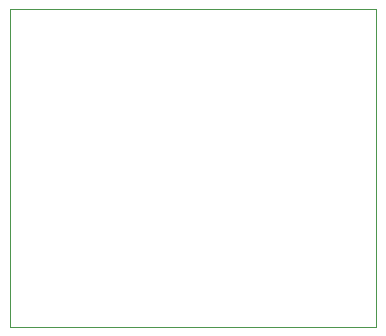
<source format=gbr>
%TF.GenerationSoftware,KiCad,Pcbnew,7.0.9*%
%TF.CreationDate,2023-12-13T17:42:54-05:00*%
%TF.ProjectId,Servo_Adapt,53657276-6f5f-4416-9461-70742e6b6963,rev?*%
%TF.SameCoordinates,Original*%
%TF.FileFunction,Profile,NP*%
%FSLAX46Y46*%
G04 Gerber Fmt 4.6, Leading zero omitted, Abs format (unit mm)*
G04 Created by KiCad (PCBNEW 7.0.9) date 2023-12-13 17:42:54*
%MOMM*%
%LPD*%
G01*
G04 APERTURE LIST*
%TA.AperFunction,Profile*%
%ADD10C,0.100000*%
%TD*%
G04 APERTURE END LIST*
D10*
X125500000Y-70000000D02*
X156500000Y-70000000D01*
X156500000Y-97000000D01*
X125500000Y-97000000D01*
X125500000Y-70000000D01*
M02*

</source>
